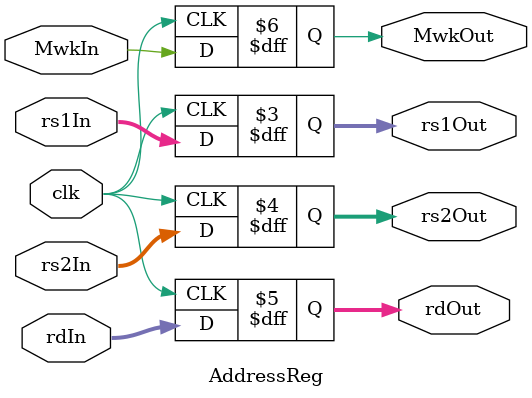
<source format=v>
module AddressReg(
        input clk,  //时钟脉冲
        input [4:0] rs1In,
        input [4:0] rs2In,
        input [4:0] rdIn,
        input MwkIn,
        output reg [4:0] rs1Out,
        output reg [4:0] rs2Out,
        output reg [4:0] rdOut,
        output reg MwkOut
    );
    initial begin
        rs1Out <= 0;
        rs2Out <= 0;
        rdOut <= 0;
    end
    always @(negedge clk) begin
        rs1Out <= rs1In;
        rs2Out <= rs2In;
        rdOut <= rdIn;
        MwkOut <= MwkIn;
    end
endmodule
</source>
